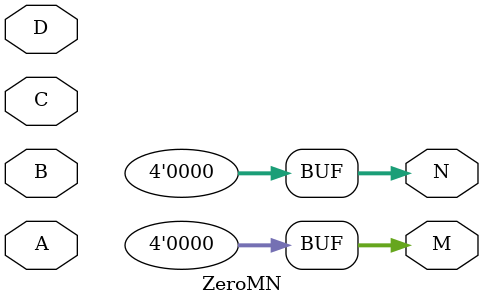
<source format=v>
module ZeroMN(
    input  wire [3:0] A,  // 4-bit
    input  wire [3:0] B,  // 4-bit
    input  wire [3:0] C,  // 4-bit
    input  wire [3:0] D,  // 4-bit
    output wire [3:0] M,  // 4-bit
    output wire [3:0] N   // 4-bit
);

    assign M = 0;
    assign N = 0;
endmodule
</source>
